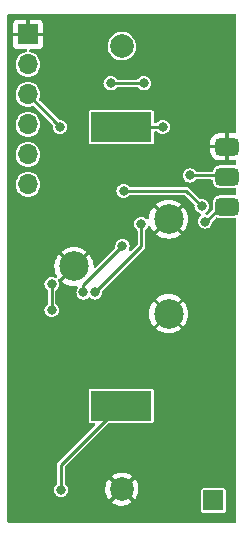
<source format=gbr>
%TF.GenerationSoftware,KiCad,Pcbnew,(6.0.5)*%
%TF.CreationDate,2022-05-20T14:29:48+02:00*%
%TF.ProjectId,LoraTrigger,4c6f7261-5472-4696-9767-65722e6b6963,rev?*%
%TF.SameCoordinates,Original*%
%TF.FileFunction,Copper,L2,Bot*%
%TF.FilePolarity,Positive*%
%FSLAX46Y46*%
G04 Gerber Fmt 4.6, Leading zero omitted, Abs format (unit mm)*
G04 Created by KiCad (PCBNEW (6.0.5)) date 2022-05-20 14:29:48*
%MOMM*%
%LPD*%
G01*
G04 APERTURE LIST*
G04 Aperture macros list*
%AMRoundRect*
0 Rectangle with rounded corners*
0 $1 Rounding radius*
0 $2 $3 $4 $5 $6 $7 $8 $9 X,Y pos of 4 corners*
0 Add a 4 corners polygon primitive as box body*
4,1,4,$2,$3,$4,$5,$6,$7,$8,$9,$2,$3,0*
0 Add four circle primitives for the rounded corners*
1,1,$1+$1,$2,$3*
1,1,$1+$1,$4,$5*
1,1,$1+$1,$6,$7*
1,1,$1+$1,$8,$9*
0 Add four rect primitives between the rounded corners*
20,1,$1+$1,$2,$3,$4,$5,0*
20,1,$1+$1,$4,$5,$6,$7,0*
20,1,$1+$1,$6,$7,$8,$9,0*
20,1,$1+$1,$8,$9,$2,$3,0*%
G04 Aperture macros list end*
%TA.AperFunction,ComponentPad*%
%ADD10R,1.700000X1.700000*%
%TD*%
%TA.AperFunction,ConnectorPad*%
%ADD11RoundRect,0.375000X0.625000X-0.375000X0.625000X0.375000X-0.625000X0.375000X-0.625000X-0.375000X0*%
%TD*%
%TA.AperFunction,ComponentPad*%
%ADD12C,2.000000*%
%TD*%
%TA.AperFunction,ComponentPad*%
%ADD13O,1.700000X1.700000*%
%TD*%
%TA.AperFunction,SMDPad,CuDef*%
%ADD14R,5.100000X2.500000*%
%TD*%
%TA.AperFunction,SMDPad,CuDef*%
%ADD15C,2.500000*%
%TD*%
%TA.AperFunction,ViaPad*%
%ADD16C,0.800000*%
%TD*%
%TA.AperFunction,Conductor*%
%ADD17C,0.250000*%
%TD*%
G04 APERTURE END LIST*
D10*
X116205000Y-80518000D03*
D11*
X117351000Y-55640000D03*
X117351000Y-53100000D03*
X117351000Y-50560000D03*
D12*
X108450000Y-42050000D03*
X108450000Y-79550000D03*
D10*
X100500000Y-41050000D03*
D13*
X100500000Y-43590000D03*
X100500000Y-46130000D03*
X100500000Y-48670000D03*
X100500000Y-51210000D03*
X100500000Y-53750000D03*
D14*
X108400000Y-72500000D03*
X108400000Y-48900000D03*
D15*
X112400000Y-56700000D03*
X112400000Y-64700000D03*
X104400000Y-60700000D03*
D16*
X106200000Y-62900000D03*
X110100000Y-57100000D03*
X105200000Y-62900000D03*
X108500000Y-59000000D03*
X102500000Y-64400000D03*
X102500000Y-62200000D03*
X102500000Y-77200000D03*
X102000000Y-56100000D03*
X114500000Y-75200000D03*
X111200000Y-61600000D03*
X115200000Y-40500000D03*
X100400000Y-61400000D03*
X111900000Y-48900000D03*
X115500000Y-56900000D03*
X103300000Y-79600000D03*
X103200000Y-48900000D03*
X107500000Y-45200000D03*
X110300000Y-45200000D03*
X114200000Y-53000000D03*
X108600000Y-54300000D03*
X115200000Y-55600000D03*
D17*
X110100000Y-57100000D02*
X110100000Y-59000000D01*
X110100000Y-59000000D02*
X106200000Y-62900000D01*
X108500000Y-59000000D02*
X105200000Y-62300000D01*
X105200000Y-62300000D02*
X105200000Y-62900000D01*
X102500000Y-62200000D02*
X102500000Y-64400000D01*
X116651000Y-55849000D02*
X115700000Y-56800000D01*
X108300000Y-72500000D02*
X103300000Y-77500000D01*
X108400000Y-48900000D02*
X108900000Y-48900000D01*
X108400000Y-48900000D02*
X111900000Y-48900000D01*
X103300000Y-77500000D02*
X103300000Y-79600000D01*
X108400000Y-72500000D02*
X108300000Y-72500000D01*
X108900000Y-48900000D02*
X109000000Y-49000000D01*
X107500000Y-45200000D02*
X110300000Y-45200000D01*
X103000000Y-48900000D02*
X103000000Y-48630000D01*
X103000000Y-48630000D02*
X100500000Y-46130000D01*
X117251000Y-53000000D02*
X117351000Y-53100000D01*
X114200000Y-53000000D02*
X117251000Y-53000000D01*
X108600000Y-54300000D02*
X113900000Y-54300000D01*
X113900000Y-54300000D02*
X115200000Y-55600000D01*
%TA.AperFunction,Conductor*%
G36*
X118091621Y-39336502D02*
G01*
X118138114Y-39390158D01*
X118149500Y-39442500D01*
X118149500Y-49284000D01*
X118129498Y-49352121D01*
X118075842Y-49398614D01*
X118023500Y-49410000D01*
X117519115Y-49410000D01*
X117503876Y-49414475D01*
X117502671Y-49415865D01*
X117501000Y-49423548D01*
X117501000Y-51691885D01*
X117505475Y-51707124D01*
X117506865Y-51708329D01*
X117514548Y-51710000D01*
X118023500Y-51710000D01*
X118091621Y-51730002D01*
X118138114Y-51783658D01*
X118149500Y-51836000D01*
X118149500Y-52024141D01*
X118129498Y-52092262D01*
X118075842Y-52138755D01*
X118015793Y-52149773D01*
X118013720Y-52149500D01*
X116688280Y-52149500D01*
X116575764Y-52164313D01*
X116435767Y-52222302D01*
X116315549Y-52314549D01*
X116223302Y-52434767D01*
X116165313Y-52574764D01*
X116164409Y-52581634D01*
X116127779Y-52641732D01*
X116063920Y-52672755D01*
X116043022Y-52674500D01*
X114769286Y-52674500D01*
X114701165Y-52654498D01*
X114669323Y-52625204D01*
X114633305Y-52578264D01*
X114628282Y-52571718D01*
X114502841Y-52475464D01*
X114356762Y-52414956D01*
X114200000Y-52394318D01*
X114043238Y-52414956D01*
X113897159Y-52475464D01*
X113771718Y-52571718D01*
X113675464Y-52697159D01*
X113614956Y-52843238D01*
X113594318Y-53000000D01*
X113614956Y-53156762D01*
X113675464Y-53302841D01*
X113771718Y-53428282D01*
X113897159Y-53524536D01*
X114043238Y-53585044D01*
X114200000Y-53605682D01*
X114208188Y-53604604D01*
X114348574Y-53586122D01*
X114356762Y-53585044D01*
X114502841Y-53524536D01*
X114628282Y-53428282D01*
X114669323Y-53374796D01*
X114726661Y-53332929D01*
X114769286Y-53325500D01*
X116024500Y-53325500D01*
X116092621Y-53345502D01*
X116139114Y-53399158D01*
X116150500Y-53451500D01*
X116150500Y-53512720D01*
X116165313Y-53625236D01*
X116223302Y-53765233D01*
X116315549Y-53885451D01*
X116435767Y-53977698D01*
X116575764Y-54035687D01*
X116688280Y-54050500D01*
X118013720Y-54050500D01*
X118015733Y-54050235D01*
X118084542Y-54065633D01*
X118134445Y-54116133D01*
X118149500Y-54175859D01*
X118149500Y-54564141D01*
X118129498Y-54632262D01*
X118075842Y-54678755D01*
X118015793Y-54689773D01*
X118013720Y-54689500D01*
X116688280Y-54689500D01*
X116575764Y-54704313D01*
X116435767Y-54762302D01*
X116315549Y-54854549D01*
X116223302Y-54974767D01*
X116165313Y-55114764D01*
X116150500Y-55227280D01*
X116150500Y-55836984D01*
X116130498Y-55905105D01*
X116113595Y-55926079D01*
X115760750Y-56278924D01*
X115698438Y-56312950D01*
X115655210Y-56314751D01*
X115615155Y-56309478D01*
X115550227Y-56280756D01*
X115511135Y-56221491D01*
X115510290Y-56150500D01*
X115547959Y-56090321D01*
X115554896Y-56084593D01*
X115621736Y-56033305D01*
X115628282Y-56028282D01*
X115724536Y-55902841D01*
X115785044Y-55756762D01*
X115789438Y-55723390D01*
X115804604Y-55608188D01*
X115805682Y-55600000D01*
X115785044Y-55443238D01*
X115724536Y-55297159D01*
X115628282Y-55171718D01*
X115502841Y-55075464D01*
X115356762Y-55014956D01*
X115200000Y-54994318D01*
X115133157Y-55003118D01*
X115063010Y-54992179D01*
X115027617Y-54967291D01*
X114144111Y-54083785D01*
X114136684Y-54075681D01*
X114119541Y-54055251D01*
X114119542Y-54055251D01*
X114112455Y-54046806D01*
X114102906Y-54041293D01*
X114079815Y-54027961D01*
X114070544Y-54022055D01*
X114048715Y-54006770D01*
X114039684Y-54000446D01*
X114029034Y-53997592D01*
X114025866Y-53996115D01*
X114022590Y-53994923D01*
X114013045Y-53989412D01*
X113979301Y-53983462D01*
X113975942Y-53982870D01*
X113965215Y-53980492D01*
X113928807Y-53970736D01*
X113917822Y-53971697D01*
X113917820Y-53971697D01*
X113891272Y-53974020D01*
X113880290Y-53974500D01*
X109169286Y-53974500D01*
X109101165Y-53954498D01*
X109069323Y-53925204D01*
X109033305Y-53878264D01*
X109028282Y-53871718D01*
X108902841Y-53775464D01*
X108756762Y-53714956D01*
X108600000Y-53694318D01*
X108443238Y-53714956D01*
X108297159Y-53775464D01*
X108171718Y-53871718D01*
X108075464Y-53997159D01*
X108014956Y-54143238D01*
X107994318Y-54300000D01*
X108014956Y-54456762D01*
X108075464Y-54602841D01*
X108171718Y-54728282D01*
X108297159Y-54824536D01*
X108443238Y-54885044D01*
X108600000Y-54905682D01*
X108608188Y-54904604D01*
X108748574Y-54886122D01*
X108756762Y-54885044D01*
X108902841Y-54824536D01*
X109028282Y-54728282D01*
X109069323Y-54674796D01*
X109126661Y-54632929D01*
X109169286Y-54625500D01*
X113712984Y-54625500D01*
X113781105Y-54645502D01*
X113802079Y-54662405D01*
X114567291Y-55427617D01*
X114601317Y-55489929D01*
X114603118Y-55533157D01*
X114594318Y-55600000D01*
X114595396Y-55608188D01*
X114610563Y-55723390D01*
X114614956Y-55756762D01*
X114675464Y-55902841D01*
X114771718Y-56028282D01*
X114897159Y-56124536D01*
X115043238Y-56185044D01*
X115051426Y-56186122D01*
X115084847Y-56190522D01*
X115149774Y-56219245D01*
X115188865Y-56278510D01*
X115189710Y-56349502D01*
X115152039Y-56409680D01*
X115145104Y-56415407D01*
X115071718Y-56471718D01*
X114975464Y-56597159D01*
X114914956Y-56743238D01*
X114894318Y-56900000D01*
X114914956Y-57056762D01*
X114975464Y-57202841D01*
X115071718Y-57328282D01*
X115197159Y-57424536D01*
X115343238Y-57485044D01*
X115500000Y-57505682D01*
X115508188Y-57504604D01*
X115648574Y-57486122D01*
X115656762Y-57485044D01*
X115802841Y-57424536D01*
X115928282Y-57328282D01*
X116024536Y-57202841D01*
X116085044Y-57056762D01*
X116105682Y-56900000D01*
X116106881Y-56900158D01*
X116124606Y-56839791D01*
X116141509Y-56818817D01*
X116381086Y-56579240D01*
X116443398Y-56545214D01*
X116518398Y-56551926D01*
X116568131Y-56572526D01*
X116568136Y-56572527D01*
X116575764Y-56575687D01*
X116583952Y-56576765D01*
X116602752Y-56579240D01*
X116688280Y-56590500D01*
X118013720Y-56590500D01*
X118015733Y-56590235D01*
X118084542Y-56605633D01*
X118134445Y-56656133D01*
X118149500Y-56715859D01*
X118149500Y-82273500D01*
X118129498Y-82341621D01*
X118075842Y-82388114D01*
X118023500Y-82399500D01*
X98876500Y-82399500D01*
X98808379Y-82379498D01*
X98761886Y-82325842D01*
X98750500Y-82273500D01*
X98750500Y-81387748D01*
X115154500Y-81387748D01*
X115166133Y-81446231D01*
X115210448Y-81512552D01*
X115276769Y-81556867D01*
X115288938Y-81559288D01*
X115288939Y-81559288D01*
X115329184Y-81567293D01*
X115335252Y-81568500D01*
X117074748Y-81568500D01*
X117080816Y-81567293D01*
X117121061Y-81559288D01*
X117121062Y-81559288D01*
X117133231Y-81556867D01*
X117199552Y-81512552D01*
X117243867Y-81446231D01*
X117255500Y-81387748D01*
X117255500Y-79648252D01*
X117243867Y-79589769D01*
X117199552Y-79523448D01*
X117133231Y-79479133D01*
X117121062Y-79476712D01*
X117121061Y-79476712D01*
X117080816Y-79468707D01*
X117074748Y-79467500D01*
X115335252Y-79467500D01*
X115329184Y-79468707D01*
X115288939Y-79476712D01*
X115288938Y-79476712D01*
X115276769Y-79479133D01*
X115210448Y-79523448D01*
X115166133Y-79589769D01*
X115154500Y-79648252D01*
X115154500Y-81387748D01*
X98750500Y-81387748D01*
X98750500Y-80640960D01*
X107577206Y-80640960D01*
X107584350Y-80651020D01*
X107640267Y-80697443D01*
X107648698Y-80703348D01*
X107838549Y-80814288D01*
X107847832Y-80818735D01*
X108053243Y-80897174D01*
X108063141Y-80900050D01*
X108278605Y-80943886D01*
X108288833Y-80945105D01*
X108508562Y-80953163D01*
X108518848Y-80952696D01*
X108736946Y-80924757D01*
X108747024Y-80922615D01*
X108957625Y-80859431D01*
X108967223Y-80855670D01*
X109164682Y-80758936D01*
X109173520Y-80753667D01*
X109315206Y-80652604D01*
X109323606Y-80641904D01*
X109316619Y-80628751D01*
X108462812Y-79774944D01*
X108448868Y-79767330D01*
X108447035Y-79767461D01*
X108440420Y-79771712D01*
X107584465Y-80627667D01*
X107577206Y-80640960D01*
X98750500Y-80640960D01*
X98750500Y-79600000D01*
X102694318Y-79600000D01*
X102714956Y-79756762D01*
X102718116Y-79764391D01*
X102722487Y-79774944D01*
X102775464Y-79902841D01*
X102871718Y-80028282D01*
X102997159Y-80124536D01*
X103143238Y-80185044D01*
X103151426Y-80186122D01*
X103221619Y-80195363D01*
X103300000Y-80205682D01*
X103308188Y-80204604D01*
X103448574Y-80186122D01*
X103456762Y-80185044D01*
X103602841Y-80124536D01*
X103728282Y-80028282D01*
X103824536Y-79902841D01*
X103877513Y-79774944D01*
X103881884Y-79764391D01*
X103885044Y-79756762D01*
X103905682Y-79600000D01*
X103895260Y-79520834D01*
X107045918Y-79520834D01*
X107058575Y-79740341D01*
X107060011Y-79750562D01*
X107108349Y-79965050D01*
X107111428Y-79974878D01*
X107194153Y-80178605D01*
X107198796Y-80187796D01*
X107313688Y-80375282D01*
X107319764Y-80383584D01*
X107347135Y-80415182D01*
X107360219Y-80423593D01*
X107370192Y-80417676D01*
X108225056Y-79562812D01*
X108231434Y-79551132D01*
X108667330Y-79551132D01*
X108667461Y-79552965D01*
X108671712Y-79559580D01*
X109529073Y-80416941D01*
X109541083Y-80423500D01*
X109552823Y-80414532D01*
X109651129Y-80277723D01*
X109656440Y-80268885D01*
X109753854Y-80071782D01*
X109757653Y-80062187D01*
X109821568Y-79851821D01*
X109823747Y-79841740D01*
X109852684Y-79621945D01*
X109853203Y-79615272D01*
X109854716Y-79553365D01*
X109854522Y-79546646D01*
X109836359Y-79325721D01*
X109834674Y-79315541D01*
X109781111Y-79102300D01*
X109777786Y-79092534D01*
X109690118Y-78890911D01*
X109685240Y-78881814D01*
X109565818Y-78697214D01*
X109559526Y-78689044D01*
X109554358Y-78683364D01*
X109540793Y-78675105D01*
X109540538Y-78675111D01*
X109531523Y-78680609D01*
X108674944Y-79537188D01*
X108667330Y-79551132D01*
X108231434Y-79551132D01*
X108232670Y-79548868D01*
X108232539Y-79547035D01*
X108228288Y-79540420D01*
X107369268Y-78681400D01*
X107357732Y-78675100D01*
X107345449Y-78684723D01*
X107231447Y-78851842D01*
X107226359Y-78860798D01*
X107133786Y-79060231D01*
X107130223Y-79069918D01*
X107071467Y-79281783D01*
X107069536Y-79291904D01*
X107046169Y-79510546D01*
X107045918Y-79520834D01*
X103895260Y-79520834D01*
X103885044Y-79443238D01*
X103824536Y-79297159D01*
X103728282Y-79171718D01*
X103674796Y-79130677D01*
X103632929Y-79073339D01*
X103625500Y-79030714D01*
X103625500Y-78459500D01*
X107577218Y-78459500D01*
X107583964Y-78471832D01*
X108437188Y-79325056D01*
X108451132Y-79332670D01*
X108452965Y-79332539D01*
X108459580Y-79328288D01*
X109315471Y-78472397D01*
X109322492Y-78459540D01*
X109314719Y-78448873D01*
X109231460Y-78383118D01*
X109222876Y-78377415D01*
X109030393Y-78271158D01*
X109020981Y-78266928D01*
X108813725Y-78193534D01*
X108803755Y-78190900D01*
X108587293Y-78152344D01*
X108577039Y-78151374D01*
X108357176Y-78148687D01*
X108346891Y-78149407D01*
X108129553Y-78182664D01*
X108119526Y-78185053D01*
X107910538Y-78253360D01*
X107901029Y-78257357D01*
X107706009Y-78358879D01*
X107697274Y-78364380D01*
X107585672Y-78448174D01*
X107577218Y-78459500D01*
X103625500Y-78459500D01*
X103625500Y-77687016D01*
X103645502Y-77618895D01*
X103662405Y-77597921D01*
X107272921Y-73987405D01*
X107335233Y-73953379D01*
X107362016Y-73950500D01*
X110969748Y-73950500D01*
X110975816Y-73949293D01*
X111016061Y-73941288D01*
X111016062Y-73941288D01*
X111028231Y-73938867D01*
X111094552Y-73894552D01*
X111138867Y-73828231D01*
X111150500Y-73769748D01*
X111150500Y-71230252D01*
X111138867Y-71171769D01*
X111094552Y-71105448D01*
X111028231Y-71061133D01*
X111016062Y-71058712D01*
X111016061Y-71058712D01*
X110975816Y-71050707D01*
X110969748Y-71049500D01*
X105830252Y-71049500D01*
X105824184Y-71050707D01*
X105783939Y-71058712D01*
X105783938Y-71058712D01*
X105771769Y-71061133D01*
X105705448Y-71105448D01*
X105661133Y-71171769D01*
X105649500Y-71230252D01*
X105649500Y-73769748D01*
X105661133Y-73828231D01*
X105705448Y-73894552D01*
X105771769Y-73938867D01*
X105783938Y-73941288D01*
X105783939Y-73941288D01*
X105824184Y-73949293D01*
X105830252Y-73950500D01*
X106084984Y-73950500D01*
X106153105Y-73970502D01*
X106199598Y-74024158D01*
X106209702Y-74094432D01*
X106180208Y-74159012D01*
X106174079Y-74165595D01*
X103083785Y-77255889D01*
X103075681Y-77263316D01*
X103046806Y-77287545D01*
X103041293Y-77297094D01*
X103027961Y-77320185D01*
X103022055Y-77329456D01*
X103000446Y-77360316D01*
X102997592Y-77370966D01*
X102996115Y-77374134D01*
X102994923Y-77377410D01*
X102989412Y-77386955D01*
X102983462Y-77420699D01*
X102982870Y-77424058D01*
X102980492Y-77434785D01*
X102970736Y-77471193D01*
X102971697Y-77482178D01*
X102971697Y-77482180D01*
X102974020Y-77508728D01*
X102974500Y-77519710D01*
X102974500Y-79030714D01*
X102954498Y-79098835D01*
X102925204Y-79130677D01*
X102871718Y-79171718D01*
X102775464Y-79297159D01*
X102714956Y-79443238D01*
X102694318Y-79600000D01*
X98750500Y-79600000D01*
X98750500Y-65968778D01*
X111349499Y-65968778D01*
X111356286Y-65978479D01*
X111423390Y-66035790D01*
X111431372Y-66041590D01*
X111644379Y-66172121D01*
X111653173Y-66176602D01*
X111883972Y-66272202D01*
X111893357Y-66275251D01*
X112136272Y-66333570D01*
X112146019Y-66335113D01*
X112395070Y-66354714D01*
X112404930Y-66354714D01*
X112653981Y-66335113D01*
X112663728Y-66333570D01*
X112906643Y-66275251D01*
X112916028Y-66272202D01*
X113146827Y-66176602D01*
X113155621Y-66172121D01*
X113368628Y-66041590D01*
X113376610Y-66035790D01*
X113442144Y-65979820D01*
X113450574Y-65966906D01*
X113444567Y-65956699D01*
X112412812Y-64924944D01*
X112398868Y-64917330D01*
X112397035Y-64917461D01*
X112390420Y-64921712D01*
X111356891Y-65955241D01*
X111349499Y-65968778D01*
X98750500Y-65968778D01*
X98750500Y-64400000D01*
X101894318Y-64400000D01*
X101914956Y-64556762D01*
X101975464Y-64702841D01*
X102071718Y-64828282D01*
X102197159Y-64924536D01*
X102343238Y-64985044D01*
X102500000Y-65005682D01*
X102508188Y-65004604D01*
X102648574Y-64986122D01*
X102656762Y-64985044D01*
X102802841Y-64924536D01*
X102928282Y-64828282D01*
X103022933Y-64704930D01*
X110745286Y-64704930D01*
X110764887Y-64953981D01*
X110766430Y-64963728D01*
X110824749Y-65206643D01*
X110827798Y-65216028D01*
X110923398Y-65446827D01*
X110927879Y-65455621D01*
X111058410Y-65668628D01*
X111064210Y-65676610D01*
X111120180Y-65742144D01*
X111133094Y-65750574D01*
X111143301Y-65744567D01*
X112175056Y-64712812D01*
X112181434Y-64701132D01*
X112617330Y-64701132D01*
X112617461Y-64702965D01*
X112621712Y-64709580D01*
X113655241Y-65743109D01*
X113668778Y-65750501D01*
X113678479Y-65743714D01*
X113735790Y-65676610D01*
X113741590Y-65668628D01*
X113872121Y-65455621D01*
X113876602Y-65446827D01*
X113972202Y-65216028D01*
X113975251Y-65206643D01*
X114033570Y-64963728D01*
X114035113Y-64953981D01*
X114054714Y-64704930D01*
X114054714Y-64695070D01*
X114035113Y-64446019D01*
X114033570Y-64436272D01*
X113975251Y-64193357D01*
X113972202Y-64183972D01*
X113876602Y-63953173D01*
X113872121Y-63944379D01*
X113741590Y-63731372D01*
X113735790Y-63723390D01*
X113679820Y-63657856D01*
X113666906Y-63649426D01*
X113656699Y-63655433D01*
X112624944Y-64687188D01*
X112617330Y-64701132D01*
X112181434Y-64701132D01*
X112182670Y-64698868D01*
X112182539Y-64697035D01*
X112178288Y-64690420D01*
X111144759Y-63656891D01*
X111131222Y-63649499D01*
X111121521Y-63656286D01*
X111064210Y-63723390D01*
X111058410Y-63731372D01*
X110927879Y-63944379D01*
X110923398Y-63953173D01*
X110827798Y-64183972D01*
X110824749Y-64193357D01*
X110766430Y-64436272D01*
X110764887Y-64446019D01*
X110745286Y-64695070D01*
X110745286Y-64704930D01*
X103022933Y-64704930D01*
X103024536Y-64702841D01*
X103085044Y-64556762D01*
X103105682Y-64400000D01*
X103085044Y-64243238D01*
X103024536Y-64097159D01*
X102928282Y-63971718D01*
X102874796Y-63930677D01*
X102832929Y-63873339D01*
X102825500Y-63830714D01*
X102825500Y-62769286D01*
X102845502Y-62701165D01*
X102874796Y-62669323D01*
X102921736Y-62633305D01*
X102928282Y-62628282D01*
X103024536Y-62502841D01*
X103085044Y-62356762D01*
X103105682Y-62200000D01*
X103085044Y-62043238D01*
X103054202Y-61968778D01*
X103349499Y-61968778D01*
X103356286Y-61978479D01*
X103423390Y-62035790D01*
X103431372Y-62041590D01*
X103644379Y-62172121D01*
X103653173Y-62176602D01*
X103883972Y-62272202D01*
X103893357Y-62275251D01*
X104136272Y-62333570D01*
X104146019Y-62335113D01*
X104395070Y-62354714D01*
X104404930Y-62354714D01*
X104608713Y-62338676D01*
X104678193Y-62353272D01*
X104728753Y-62403115D01*
X104744339Y-62472379D01*
X104718562Y-62540991D01*
X104680493Y-62590604D01*
X104680491Y-62590608D01*
X104675464Y-62597159D01*
X104614956Y-62743238D01*
X104594318Y-62900000D01*
X104614956Y-63056762D01*
X104675464Y-63202841D01*
X104771718Y-63328282D01*
X104897159Y-63424536D01*
X105043238Y-63485044D01*
X105200000Y-63505682D01*
X105208188Y-63504604D01*
X105348574Y-63486122D01*
X105356762Y-63485044D01*
X105502841Y-63424536D01*
X105623296Y-63332108D01*
X105689517Y-63306508D01*
X105759065Y-63320773D01*
X105776704Y-63332108D01*
X105897159Y-63424536D01*
X106043238Y-63485044D01*
X106200000Y-63505682D01*
X106208188Y-63504604D01*
X106348574Y-63486122D01*
X106356762Y-63485044D01*
X106482180Y-63433094D01*
X111349426Y-63433094D01*
X111355433Y-63443301D01*
X112387188Y-64475056D01*
X112401132Y-64482670D01*
X112402965Y-64482539D01*
X112409580Y-64478288D01*
X113443109Y-63444759D01*
X113450501Y-63431222D01*
X113443714Y-63421521D01*
X113376610Y-63364210D01*
X113368628Y-63358410D01*
X113155621Y-63227879D01*
X113146827Y-63223398D01*
X112916028Y-63127798D01*
X112906643Y-63124749D01*
X112663728Y-63066430D01*
X112653981Y-63064887D01*
X112404930Y-63045286D01*
X112395070Y-63045286D01*
X112146019Y-63064887D01*
X112136272Y-63066430D01*
X111893357Y-63124749D01*
X111883972Y-63127798D01*
X111653173Y-63223398D01*
X111644379Y-63227879D01*
X111431372Y-63358410D01*
X111423390Y-63364210D01*
X111357856Y-63420180D01*
X111349426Y-63433094D01*
X106482180Y-63433094D01*
X106502841Y-63424536D01*
X106628282Y-63328282D01*
X106724536Y-63202841D01*
X106785044Y-63056762D01*
X106805682Y-62900000D01*
X106796882Y-62833157D01*
X106807821Y-62763010D01*
X106832709Y-62727617D01*
X110316215Y-59244111D01*
X110324319Y-59236684D01*
X110334812Y-59227879D01*
X110353194Y-59212455D01*
X110358707Y-59202906D01*
X110372039Y-59179815D01*
X110377945Y-59170544D01*
X110399554Y-59139684D01*
X110402408Y-59129034D01*
X110403885Y-59125866D01*
X110405077Y-59122590D01*
X110410588Y-59113045D01*
X110417130Y-59075942D01*
X110419509Y-59065210D01*
X110426410Y-59039456D01*
X110429264Y-59028807D01*
X110425980Y-58991272D01*
X110425500Y-58980290D01*
X110425500Y-57968778D01*
X111349499Y-57968778D01*
X111356286Y-57978479D01*
X111423390Y-58035790D01*
X111431372Y-58041590D01*
X111644379Y-58172121D01*
X111653173Y-58176602D01*
X111883972Y-58272202D01*
X111893357Y-58275251D01*
X112136272Y-58333570D01*
X112146019Y-58335113D01*
X112395070Y-58354714D01*
X112404930Y-58354714D01*
X112653981Y-58335113D01*
X112663728Y-58333570D01*
X112906643Y-58275251D01*
X112916028Y-58272202D01*
X113146827Y-58176602D01*
X113155621Y-58172121D01*
X113368628Y-58041590D01*
X113376610Y-58035790D01*
X113442144Y-57979820D01*
X113450574Y-57966906D01*
X113444567Y-57956699D01*
X112412812Y-56924944D01*
X112398868Y-56917330D01*
X112397035Y-56917461D01*
X112390420Y-56921712D01*
X111356891Y-57955241D01*
X111349499Y-57968778D01*
X110425500Y-57968778D01*
X110425500Y-57669286D01*
X110445502Y-57601165D01*
X110474796Y-57569323D01*
X110521736Y-57533305D01*
X110528282Y-57528282D01*
X110624536Y-57402841D01*
X110627695Y-57395213D01*
X110627698Y-57395209D01*
X110648448Y-57345112D01*
X110692996Y-57289831D01*
X110760359Y-57267409D01*
X110829150Y-57284967D01*
X110877529Y-57336928D01*
X110881266Y-57345111D01*
X110923398Y-57446827D01*
X110927879Y-57455621D01*
X111058410Y-57668628D01*
X111064210Y-57676610D01*
X111120180Y-57742144D01*
X111133094Y-57750574D01*
X111143301Y-57744567D01*
X112175056Y-56712812D01*
X112181434Y-56701132D01*
X112617330Y-56701132D01*
X112617461Y-56702965D01*
X112621712Y-56709580D01*
X113655241Y-57743109D01*
X113668778Y-57750501D01*
X113678479Y-57743714D01*
X113735790Y-57676610D01*
X113741590Y-57668628D01*
X113872121Y-57455621D01*
X113876602Y-57446827D01*
X113972202Y-57216028D01*
X113975251Y-57206643D01*
X114033570Y-56963728D01*
X114035113Y-56953981D01*
X114054714Y-56704930D01*
X114054714Y-56695070D01*
X114035113Y-56446019D01*
X114033570Y-56436272D01*
X113975251Y-56193357D01*
X113972202Y-56183972D01*
X113876602Y-55953173D01*
X113872121Y-55944379D01*
X113741590Y-55731372D01*
X113735790Y-55723390D01*
X113679820Y-55657856D01*
X113666906Y-55649426D01*
X113656699Y-55655433D01*
X112624944Y-56687188D01*
X112617330Y-56701132D01*
X112181434Y-56701132D01*
X112182670Y-56698868D01*
X112182539Y-56697035D01*
X112178288Y-56690420D01*
X111144759Y-55656891D01*
X111131222Y-55649499D01*
X111121521Y-55656286D01*
X111064210Y-55723390D01*
X111058410Y-55731372D01*
X110927879Y-55944379D01*
X110923398Y-55953173D01*
X110827798Y-56183972D01*
X110824749Y-56193357D01*
X110766430Y-56436272D01*
X110764887Y-56446019D01*
X110752490Y-56603533D01*
X110727204Y-56669874D01*
X110670066Y-56712014D01*
X110599216Y-56716573D01*
X110537783Y-56682742D01*
X110533305Y-56678264D01*
X110528282Y-56671718D01*
X110402841Y-56575464D01*
X110256762Y-56514956D01*
X110100000Y-56494318D01*
X109943238Y-56514956D01*
X109797159Y-56575464D01*
X109671718Y-56671718D01*
X109575464Y-56797159D01*
X109514956Y-56943238D01*
X109494318Y-57100000D01*
X109514956Y-57256762D01*
X109575464Y-57402841D01*
X109671718Y-57528282D01*
X109678264Y-57533305D01*
X109725204Y-57569323D01*
X109767071Y-57626661D01*
X109774500Y-57669286D01*
X109774500Y-58812984D01*
X109754498Y-58881105D01*
X109737595Y-58902079D01*
X109251621Y-59388053D01*
X109189309Y-59422079D01*
X109118494Y-59417014D01*
X109061658Y-59374467D01*
X109036847Y-59307947D01*
X109046117Y-59250740D01*
X109081884Y-59164391D01*
X109085044Y-59156762D01*
X109105682Y-59000000D01*
X109085044Y-58843238D01*
X109024536Y-58697159D01*
X108928282Y-58571718D01*
X108802841Y-58475464D01*
X108656762Y-58414956D01*
X108500000Y-58394318D01*
X108343238Y-58414956D01*
X108197159Y-58475464D01*
X108071718Y-58571718D01*
X107975464Y-58697159D01*
X107914956Y-58843238D01*
X107894318Y-59000000D01*
X107902861Y-59064887D01*
X107903118Y-59066842D01*
X107892179Y-59136990D01*
X107867291Y-59172383D01*
X106269127Y-60770547D01*
X106206815Y-60804573D01*
X106136000Y-60799508D01*
X106079164Y-60756961D01*
X106054420Y-60691338D01*
X106035113Y-60446019D01*
X106033570Y-60436272D01*
X105975251Y-60193357D01*
X105972202Y-60183972D01*
X105876602Y-59953173D01*
X105872121Y-59944379D01*
X105741590Y-59731372D01*
X105735790Y-59723390D01*
X105679820Y-59657856D01*
X105666906Y-59649426D01*
X105656699Y-59655433D01*
X103356891Y-61955241D01*
X103349499Y-61968778D01*
X103054202Y-61968778D01*
X103036145Y-61925185D01*
X103028556Y-61854597D01*
X103060335Y-61791110D01*
X103121393Y-61754882D01*
X103126920Y-61754208D01*
X103143301Y-61744567D01*
X104175056Y-60712812D01*
X104182670Y-60698868D01*
X104182539Y-60697035D01*
X104178288Y-60690420D01*
X103144759Y-59656891D01*
X103131222Y-59649499D01*
X103121521Y-59656286D01*
X103064210Y-59723390D01*
X103058410Y-59731372D01*
X102927879Y-59944379D01*
X102923398Y-59953173D01*
X102827798Y-60183972D01*
X102824749Y-60193357D01*
X102766430Y-60436272D01*
X102764887Y-60446019D01*
X102745286Y-60695070D01*
X102745286Y-60704930D01*
X102764887Y-60953981D01*
X102766430Y-60963728D01*
X102824749Y-61206643D01*
X102827798Y-61216028D01*
X102923398Y-61446827D01*
X102927881Y-61455624D01*
X102948343Y-61489015D01*
X102966882Y-61557548D01*
X102945426Y-61625225D01*
X102890788Y-61670559D01*
X102820313Y-61679156D01*
X102792693Y-61671260D01*
X102664392Y-61618116D01*
X102664389Y-61618115D01*
X102656762Y-61614956D01*
X102500000Y-61594318D01*
X102343238Y-61614956D01*
X102197159Y-61675464D01*
X102190608Y-61680491D01*
X102094538Y-61754208D01*
X102071718Y-61771718D01*
X101975464Y-61897159D01*
X101914956Y-62043238D01*
X101894318Y-62200000D01*
X101914956Y-62356762D01*
X101975464Y-62502841D01*
X102071718Y-62628282D01*
X102078264Y-62633305D01*
X102125204Y-62669323D01*
X102167071Y-62726661D01*
X102174500Y-62769286D01*
X102174500Y-63830714D01*
X102154498Y-63898835D01*
X102125204Y-63930677D01*
X102071718Y-63971718D01*
X101975464Y-64097159D01*
X101914956Y-64243238D01*
X101894318Y-64400000D01*
X98750500Y-64400000D01*
X98750500Y-59433094D01*
X103349426Y-59433094D01*
X103355433Y-59443301D01*
X104387188Y-60475056D01*
X104401132Y-60482670D01*
X104402965Y-60482539D01*
X104409580Y-60478288D01*
X105443109Y-59444759D01*
X105450501Y-59431222D01*
X105443714Y-59421521D01*
X105376610Y-59364210D01*
X105368628Y-59358410D01*
X105155621Y-59227879D01*
X105146827Y-59223398D01*
X104916028Y-59127798D01*
X104906643Y-59124749D01*
X104663728Y-59066430D01*
X104653981Y-59064887D01*
X104404930Y-59045286D01*
X104395070Y-59045286D01*
X104146019Y-59064887D01*
X104136272Y-59066430D01*
X103893357Y-59124749D01*
X103883972Y-59127798D01*
X103653173Y-59223398D01*
X103644379Y-59227879D01*
X103431372Y-59358410D01*
X103423390Y-59364210D01*
X103357856Y-59420180D01*
X103349426Y-59433094D01*
X98750500Y-59433094D01*
X98750500Y-55433094D01*
X111349426Y-55433094D01*
X111355433Y-55443301D01*
X112387188Y-56475056D01*
X112401132Y-56482670D01*
X112402965Y-56482539D01*
X112409580Y-56478288D01*
X113443109Y-55444759D01*
X113450501Y-55431222D01*
X113443714Y-55421521D01*
X113376610Y-55364210D01*
X113368628Y-55358410D01*
X113155621Y-55227879D01*
X113146827Y-55223398D01*
X112916028Y-55127798D01*
X112906643Y-55124749D01*
X112663728Y-55066430D01*
X112653981Y-55064887D01*
X112404930Y-55045286D01*
X112395070Y-55045286D01*
X112146019Y-55064887D01*
X112136272Y-55066430D01*
X111893357Y-55124749D01*
X111883972Y-55127798D01*
X111653173Y-55223398D01*
X111644379Y-55227879D01*
X111431372Y-55358410D01*
X111423390Y-55364210D01*
X111357856Y-55420180D01*
X111349426Y-55433094D01*
X98750500Y-55433094D01*
X98750500Y-53735262D01*
X99444520Y-53735262D01*
X99461759Y-53940553D01*
X99463458Y-53946478D01*
X99512106Y-54116133D01*
X99518544Y-54138586D01*
X99521359Y-54144063D01*
X99521360Y-54144066D01*
X99542247Y-54184707D01*
X99612712Y-54321818D01*
X99740677Y-54483270D01*
X99745370Y-54487264D01*
X99745371Y-54487265D01*
X99872208Y-54595211D01*
X99897564Y-54616791D01*
X99902942Y-54619797D01*
X99902944Y-54619798D01*
X99987481Y-54667044D01*
X100077398Y-54717297D01*
X100172238Y-54748113D01*
X100267471Y-54779056D01*
X100267475Y-54779057D01*
X100273329Y-54780959D01*
X100477894Y-54805351D01*
X100484029Y-54804879D01*
X100484031Y-54804879D01*
X100540039Y-54800569D01*
X100683300Y-54789546D01*
X100689230Y-54787890D01*
X100689232Y-54787890D01*
X100875797Y-54735800D01*
X100875796Y-54735800D01*
X100881725Y-54734145D01*
X100887214Y-54731372D01*
X100887220Y-54731370D01*
X101060116Y-54644033D01*
X101065610Y-54641258D01*
X101077125Y-54632262D01*
X101223101Y-54518213D01*
X101227951Y-54514424D01*
X101362564Y-54358472D01*
X101383387Y-54321818D01*
X101461276Y-54184707D01*
X101464323Y-54179344D01*
X101529351Y-53983863D01*
X101555171Y-53779474D01*
X101555583Y-53750000D01*
X101535480Y-53544970D01*
X101475935Y-53347749D01*
X101379218Y-53165849D01*
X101305859Y-53075902D01*
X101252906Y-53010975D01*
X101252903Y-53010972D01*
X101249011Y-53006200D01*
X101242173Y-53000543D01*
X101095025Y-52878811D01*
X101095021Y-52878809D01*
X101090275Y-52874882D01*
X100909055Y-52776897D01*
X100712254Y-52715977D01*
X100706129Y-52715333D01*
X100706128Y-52715333D01*
X100513498Y-52695087D01*
X100513496Y-52695087D01*
X100507369Y-52694443D01*
X100420529Y-52702346D01*
X100308342Y-52712555D01*
X100308339Y-52712556D01*
X100302203Y-52713114D01*
X100104572Y-52771280D01*
X99922002Y-52866726D01*
X99917201Y-52870586D01*
X99917198Y-52870588D01*
X99906971Y-52878811D01*
X99761447Y-52995815D01*
X99629024Y-53153630D01*
X99626056Y-53159028D01*
X99626053Y-53159033D01*
X99619315Y-53171290D01*
X99529776Y-53334162D01*
X99467484Y-53530532D01*
X99466798Y-53536649D01*
X99466797Y-53536653D01*
X99448992Y-53695396D01*
X99444520Y-53735262D01*
X98750500Y-53735262D01*
X98750500Y-51195262D01*
X99444520Y-51195262D01*
X99461759Y-51400553D01*
X99518544Y-51598586D01*
X99521359Y-51604063D01*
X99521360Y-51604066D01*
X99586082Y-51730002D01*
X99612712Y-51781818D01*
X99740677Y-51943270D01*
X99897564Y-52076791D01*
X100077398Y-52177297D01*
X100172238Y-52208112D01*
X100267471Y-52239056D01*
X100267475Y-52239057D01*
X100273329Y-52240959D01*
X100477894Y-52265351D01*
X100484029Y-52264879D01*
X100484031Y-52264879D01*
X100540039Y-52260569D01*
X100683300Y-52249546D01*
X100689230Y-52247890D01*
X100689232Y-52247890D01*
X100875797Y-52195800D01*
X100875796Y-52195800D01*
X100881725Y-52194145D01*
X100887214Y-52191372D01*
X100887220Y-52191370D01*
X101060116Y-52104033D01*
X101065610Y-52101258D01*
X101077125Y-52092262D01*
X101223101Y-51978213D01*
X101227951Y-51974424D01*
X101362564Y-51818472D01*
X101383387Y-51781818D01*
X101425134Y-51708329D01*
X101464323Y-51639344D01*
X101529351Y-51443863D01*
X101555171Y-51239474D01*
X101555583Y-51210000D01*
X101536779Y-51018220D01*
X115951000Y-51018220D01*
X115951050Y-51019955D01*
X115952465Y-51029839D01*
X115988793Y-51187193D01*
X115993443Y-51200396D01*
X116062984Y-51344248D01*
X116070445Y-51356096D01*
X116170136Y-51480977D01*
X116180023Y-51490864D01*
X116304904Y-51590555D01*
X116316752Y-51598016D01*
X116460604Y-51667557D01*
X116473807Y-51672207D01*
X116631161Y-51708535D01*
X116641045Y-51709950D01*
X116642780Y-51710000D01*
X117182885Y-51710000D01*
X117198124Y-51705525D01*
X117199329Y-51704135D01*
X117201000Y-51696452D01*
X117201000Y-50728115D01*
X117196525Y-50712876D01*
X117195135Y-50711671D01*
X117187452Y-50710000D01*
X115969115Y-50710000D01*
X115953876Y-50714475D01*
X115952671Y-50715865D01*
X115951000Y-50723548D01*
X115951000Y-51018220D01*
X101536779Y-51018220D01*
X101535480Y-51004970D01*
X101475935Y-50807749D01*
X101379218Y-50625849D01*
X101305859Y-50535902D01*
X101252906Y-50470975D01*
X101252903Y-50470972D01*
X101249011Y-50466200D01*
X101181077Y-50410000D01*
X101159180Y-50391885D01*
X115951000Y-50391885D01*
X115955475Y-50407124D01*
X115956865Y-50408329D01*
X115964548Y-50410000D01*
X117182885Y-50410000D01*
X117198124Y-50405525D01*
X117199329Y-50404135D01*
X117201000Y-50396452D01*
X117201000Y-49428115D01*
X117196525Y-49412876D01*
X117195135Y-49411671D01*
X117187452Y-49410000D01*
X116642780Y-49410000D01*
X116641045Y-49410050D01*
X116631161Y-49411465D01*
X116473807Y-49447793D01*
X116460604Y-49452443D01*
X116316752Y-49521984D01*
X116304904Y-49529445D01*
X116180023Y-49629136D01*
X116170136Y-49639023D01*
X116070445Y-49763904D01*
X116062984Y-49775752D01*
X115993443Y-49919604D01*
X115988793Y-49932807D01*
X115952465Y-50090161D01*
X115951050Y-50100045D01*
X115951000Y-50101780D01*
X115951000Y-50391885D01*
X101159180Y-50391885D01*
X101095025Y-50338811D01*
X101095021Y-50338809D01*
X101090275Y-50334882D01*
X100909055Y-50236897D01*
X100712254Y-50175977D01*
X100706129Y-50175333D01*
X100706128Y-50175333D01*
X100652990Y-50169748D01*
X105649500Y-50169748D01*
X105661133Y-50228231D01*
X105705448Y-50294552D01*
X105771769Y-50338867D01*
X105783938Y-50341288D01*
X105783939Y-50341288D01*
X105824184Y-50349293D01*
X105830252Y-50350500D01*
X110969748Y-50350500D01*
X110975816Y-50349293D01*
X111016061Y-50341288D01*
X111016062Y-50341288D01*
X111028231Y-50338867D01*
X111094552Y-50294552D01*
X111138867Y-50228231D01*
X111150500Y-50169748D01*
X111150500Y-49351500D01*
X111170502Y-49283379D01*
X111224158Y-49236886D01*
X111276500Y-49225500D01*
X111330714Y-49225500D01*
X111398835Y-49245502D01*
X111430677Y-49274796D01*
X111471718Y-49328282D01*
X111597159Y-49424536D01*
X111743238Y-49485044D01*
X111900000Y-49505682D01*
X111908188Y-49504604D01*
X112048574Y-49486122D01*
X112056762Y-49485044D01*
X112202841Y-49424536D01*
X112328282Y-49328282D01*
X112424536Y-49202841D01*
X112485044Y-49056762D01*
X112505682Y-48900000D01*
X112485044Y-48743238D01*
X112424536Y-48597159D01*
X112328282Y-48471718D01*
X112202841Y-48375464D01*
X112056762Y-48314956D01*
X111900000Y-48294318D01*
X111743238Y-48314956D01*
X111597159Y-48375464D01*
X111471718Y-48471718D01*
X111466695Y-48478264D01*
X111430677Y-48525204D01*
X111373339Y-48567071D01*
X111330714Y-48574500D01*
X111276500Y-48574500D01*
X111208379Y-48554498D01*
X111161886Y-48500842D01*
X111150500Y-48448500D01*
X111150500Y-47630252D01*
X111149293Y-47624184D01*
X111141288Y-47583939D01*
X111141288Y-47583938D01*
X111138867Y-47571769D01*
X111094552Y-47505448D01*
X111028231Y-47461133D01*
X111016062Y-47458712D01*
X111016061Y-47458712D01*
X110975816Y-47450707D01*
X110969748Y-47449500D01*
X105830252Y-47449500D01*
X105824184Y-47450707D01*
X105783939Y-47458712D01*
X105783938Y-47458712D01*
X105771769Y-47461133D01*
X105705448Y-47505448D01*
X105661133Y-47571769D01*
X105658712Y-47583938D01*
X105658712Y-47583939D01*
X105650707Y-47624184D01*
X105649500Y-47630252D01*
X105649500Y-50169748D01*
X100652990Y-50169748D01*
X100513498Y-50155087D01*
X100513496Y-50155087D01*
X100507369Y-50154443D01*
X100420529Y-50162346D01*
X100308342Y-50172555D01*
X100308339Y-50172556D01*
X100302203Y-50173114D01*
X100104572Y-50231280D01*
X99922002Y-50326726D01*
X99917201Y-50330586D01*
X99917198Y-50330588D01*
X99766254Y-50451950D01*
X99761447Y-50455815D01*
X99629024Y-50613630D01*
X99626056Y-50619028D01*
X99626053Y-50619033D01*
X99532743Y-50788765D01*
X99529776Y-50794162D01*
X99467484Y-50990532D01*
X99466798Y-50996649D01*
X99466797Y-50996653D01*
X99463075Y-51029839D01*
X99444520Y-51195262D01*
X98750500Y-51195262D01*
X98750500Y-48655262D01*
X99444520Y-48655262D01*
X99461759Y-48860553D01*
X99518544Y-49058586D01*
X99521359Y-49064063D01*
X99521360Y-49064066D01*
X99596047Y-49209392D01*
X99612712Y-49241818D01*
X99740677Y-49403270D01*
X99745370Y-49407264D01*
X99745371Y-49407265D01*
X99769378Y-49427696D01*
X99897564Y-49536791D01*
X100077398Y-49637297D01*
X100172238Y-49668113D01*
X100267471Y-49699056D01*
X100267475Y-49699057D01*
X100273329Y-49700959D01*
X100477894Y-49725351D01*
X100484029Y-49724879D01*
X100484031Y-49724879D01*
X100540039Y-49720569D01*
X100683300Y-49709546D01*
X100689230Y-49707890D01*
X100689232Y-49707890D01*
X100875797Y-49655800D01*
X100875796Y-49655800D01*
X100881725Y-49654145D01*
X100887214Y-49651372D01*
X100887220Y-49651370D01*
X101060116Y-49564033D01*
X101065610Y-49561258D01*
X101227951Y-49434424D01*
X101233759Y-49427696D01*
X101358540Y-49283134D01*
X101358540Y-49283133D01*
X101362564Y-49278472D01*
X101383387Y-49241818D01*
X101461276Y-49104707D01*
X101464323Y-49099344D01*
X101529351Y-48903863D01*
X101555171Y-48699474D01*
X101555583Y-48670000D01*
X101535480Y-48464970D01*
X101475935Y-48267749D01*
X101379218Y-48085849D01*
X101305859Y-47995902D01*
X101252906Y-47930975D01*
X101252903Y-47930972D01*
X101249011Y-47926200D01*
X101231786Y-47911950D01*
X101095025Y-47798811D01*
X101095021Y-47798809D01*
X101090275Y-47794882D01*
X100909055Y-47696897D01*
X100712254Y-47635977D01*
X100706129Y-47635333D01*
X100706128Y-47635333D01*
X100513498Y-47615087D01*
X100513496Y-47615087D01*
X100507369Y-47614443D01*
X100420529Y-47622346D01*
X100308342Y-47632555D01*
X100308339Y-47632556D01*
X100302203Y-47633114D01*
X100104572Y-47691280D01*
X99922002Y-47786726D01*
X99917201Y-47790586D01*
X99917198Y-47790588D01*
X99906971Y-47798811D01*
X99761447Y-47915815D01*
X99629024Y-48073630D01*
X99626056Y-48079028D01*
X99626053Y-48079033D01*
X99619315Y-48091290D01*
X99529776Y-48254162D01*
X99467484Y-48450532D01*
X99466798Y-48456649D01*
X99466797Y-48456653D01*
X99464373Y-48478264D01*
X99444520Y-48655262D01*
X98750500Y-48655262D01*
X98750500Y-46115262D01*
X99444520Y-46115262D01*
X99461759Y-46320553D01*
X99518544Y-46518586D01*
X99521359Y-46524063D01*
X99521360Y-46524066D01*
X99564536Y-46608077D01*
X99612712Y-46701818D01*
X99740677Y-46863270D01*
X99897564Y-46996791D01*
X100077398Y-47097297D01*
X100152352Y-47121651D01*
X100267471Y-47159056D01*
X100267475Y-47159057D01*
X100273329Y-47160959D01*
X100477894Y-47185351D01*
X100484029Y-47184879D01*
X100484031Y-47184879D01*
X100540039Y-47180569D01*
X100683300Y-47169546D01*
X100689230Y-47167890D01*
X100689232Y-47167890D01*
X100875797Y-47115800D01*
X100875796Y-47115800D01*
X100881725Y-47114145D01*
X100887221Y-47111369D01*
X100894722Y-47107580D01*
X100964544Y-47094721D01*
X101030235Y-47121651D01*
X101040626Y-47130952D01*
X102575434Y-48665760D01*
X102609460Y-48728072D01*
X102611261Y-48771301D01*
X102594318Y-48900000D01*
X102614956Y-49056762D01*
X102675464Y-49202841D01*
X102771718Y-49328282D01*
X102897159Y-49424536D01*
X103043238Y-49485044D01*
X103200000Y-49505682D01*
X103208188Y-49504604D01*
X103348574Y-49486122D01*
X103356762Y-49485044D01*
X103502841Y-49424536D01*
X103628282Y-49328282D01*
X103724536Y-49202841D01*
X103785044Y-49056762D01*
X103805682Y-48900000D01*
X103785044Y-48743238D01*
X103724536Y-48597159D01*
X103628282Y-48471718D01*
X103502841Y-48375464D01*
X103356762Y-48314956D01*
X103200000Y-48294318D01*
X103191812Y-48295396D01*
X103183553Y-48295396D01*
X103183553Y-48293188D01*
X103124859Y-48284032D01*
X103089473Y-48259147D01*
X101500715Y-46670389D01*
X101466689Y-46608077D01*
X101470252Y-46541522D01*
X101527404Y-46369715D01*
X101529351Y-46363863D01*
X101555171Y-46159474D01*
X101555583Y-46130000D01*
X101535480Y-45924970D01*
X101475935Y-45727749D01*
X101379218Y-45545849D01*
X101305859Y-45455902D01*
X101252906Y-45390975D01*
X101252903Y-45390972D01*
X101249011Y-45386200D01*
X101231786Y-45371950D01*
X101095025Y-45258811D01*
X101095021Y-45258809D01*
X101090275Y-45254882D01*
X100988773Y-45200000D01*
X106894318Y-45200000D01*
X106914956Y-45356762D01*
X106975464Y-45502841D01*
X107071718Y-45628282D01*
X107197159Y-45724536D01*
X107343238Y-45785044D01*
X107500000Y-45805682D01*
X107508188Y-45804604D01*
X107648574Y-45786122D01*
X107656762Y-45785044D01*
X107802841Y-45724536D01*
X107928282Y-45628282D01*
X107969323Y-45574796D01*
X108026661Y-45532929D01*
X108069286Y-45525500D01*
X109730714Y-45525500D01*
X109798835Y-45545502D01*
X109830677Y-45574796D01*
X109871718Y-45628282D01*
X109997159Y-45724536D01*
X110143238Y-45785044D01*
X110300000Y-45805682D01*
X110308188Y-45804604D01*
X110448574Y-45786122D01*
X110456762Y-45785044D01*
X110602841Y-45724536D01*
X110728282Y-45628282D01*
X110824536Y-45502841D01*
X110885044Y-45356762D01*
X110905682Y-45200000D01*
X110885044Y-45043238D01*
X110824536Y-44897159D01*
X110728282Y-44771718D01*
X110602841Y-44675464D01*
X110456762Y-44614956D01*
X110300000Y-44594318D01*
X110143238Y-44614956D01*
X109997159Y-44675464D01*
X109871718Y-44771718D01*
X109866695Y-44778264D01*
X109830677Y-44825204D01*
X109773339Y-44867071D01*
X109730714Y-44874500D01*
X108069286Y-44874500D01*
X108001165Y-44854498D01*
X107969323Y-44825204D01*
X107933305Y-44778264D01*
X107928282Y-44771718D01*
X107802841Y-44675464D01*
X107656762Y-44614956D01*
X107500000Y-44594318D01*
X107343238Y-44614956D01*
X107197159Y-44675464D01*
X107071718Y-44771718D01*
X106975464Y-44897159D01*
X106914956Y-45043238D01*
X106894318Y-45200000D01*
X100988773Y-45200000D01*
X100909055Y-45156897D01*
X100712254Y-45095977D01*
X100706129Y-45095333D01*
X100706128Y-45095333D01*
X100513498Y-45075087D01*
X100513496Y-45075087D01*
X100507369Y-45074443D01*
X100420529Y-45082346D01*
X100308342Y-45092555D01*
X100308339Y-45092556D01*
X100302203Y-45093114D01*
X100104572Y-45151280D01*
X99922002Y-45246726D01*
X99917201Y-45250586D01*
X99917198Y-45250588D01*
X99906971Y-45258811D01*
X99761447Y-45375815D01*
X99629024Y-45533630D01*
X99626056Y-45539028D01*
X99626053Y-45539033D01*
X99574227Y-45633305D01*
X99529776Y-45714162D01*
X99467484Y-45910532D01*
X99466798Y-45916649D01*
X99466797Y-45916653D01*
X99445207Y-46109137D01*
X99444520Y-46115262D01*
X98750500Y-46115262D01*
X98750500Y-41926525D01*
X99250001Y-41926525D01*
X99250776Y-41936374D01*
X99263283Y-42015351D01*
X99269338Y-42033986D01*
X99317859Y-42129213D01*
X99329370Y-42145056D01*
X99404944Y-42220630D01*
X99420787Y-42232141D01*
X99516018Y-42280664D01*
X99534645Y-42286716D01*
X99613627Y-42299225D01*
X99623473Y-42300000D01*
X100308732Y-42300000D01*
X100376853Y-42320002D01*
X100423346Y-42373658D01*
X100433450Y-42443932D01*
X100403956Y-42508512D01*
X100344230Y-42546896D01*
X100320161Y-42551480D01*
X100302203Y-42553114D01*
X100104572Y-42611280D01*
X99922002Y-42706726D01*
X99917201Y-42710586D01*
X99917198Y-42710588D01*
X99883943Y-42737326D01*
X99761447Y-42835815D01*
X99629024Y-42993630D01*
X99626056Y-42999028D01*
X99626053Y-42999033D01*
X99532743Y-43168765D01*
X99529776Y-43174162D01*
X99467484Y-43370532D01*
X99466798Y-43376649D01*
X99466797Y-43376653D01*
X99445207Y-43569137D01*
X99444520Y-43575262D01*
X99461759Y-43780553D01*
X99518544Y-43978586D01*
X99521359Y-43984063D01*
X99521360Y-43984066D01*
X99542247Y-44024707D01*
X99612712Y-44161818D01*
X99740677Y-44323270D01*
X99897564Y-44456791D01*
X100077398Y-44557297D01*
X100172238Y-44588113D01*
X100267471Y-44619056D01*
X100267475Y-44619057D01*
X100273329Y-44620959D01*
X100477894Y-44645351D01*
X100484029Y-44644879D01*
X100484031Y-44644879D01*
X100540039Y-44640569D01*
X100683300Y-44629546D01*
X100689230Y-44627890D01*
X100689232Y-44627890D01*
X100875797Y-44575800D01*
X100875796Y-44575800D01*
X100881725Y-44574145D01*
X100887214Y-44571372D01*
X100887220Y-44571370D01*
X101060116Y-44484033D01*
X101065610Y-44481258D01*
X101227951Y-44354424D01*
X101362564Y-44198472D01*
X101383387Y-44161818D01*
X101461276Y-44024707D01*
X101464323Y-44019344D01*
X101529351Y-43823863D01*
X101555171Y-43619474D01*
X101555583Y-43590000D01*
X101535480Y-43384970D01*
X101475935Y-43187749D01*
X101379218Y-43005849D01*
X101291328Y-42898086D01*
X101252906Y-42850975D01*
X101252903Y-42850972D01*
X101249011Y-42846200D01*
X101242173Y-42840543D01*
X101095025Y-42718811D01*
X101095021Y-42718809D01*
X101090275Y-42714882D01*
X100909055Y-42616897D01*
X100712254Y-42555977D01*
X100706131Y-42555334D01*
X100706129Y-42555333D01*
X100667843Y-42551309D01*
X100602186Y-42524295D01*
X100561557Y-42466073D01*
X100558854Y-42395128D01*
X100594937Y-42333984D01*
X100658348Y-42302054D01*
X100681014Y-42299999D01*
X101376525Y-42299999D01*
X101386374Y-42299224D01*
X101465351Y-42286717D01*
X101483986Y-42280662D01*
X101579213Y-42232141D01*
X101595056Y-42220630D01*
X101670630Y-42145056D01*
X101682141Y-42129213D01*
X101730664Y-42033982D01*
X101735714Y-42018440D01*
X107244770Y-42018440D01*
X107259200Y-42238604D01*
X107260621Y-42244200D01*
X107260622Y-42244205D01*
X107298952Y-42395128D01*
X107313511Y-42452452D01*
X107315928Y-42457694D01*
X107315928Y-42457695D01*
X107354046Y-42540379D01*
X107405883Y-42652821D01*
X107533222Y-42833002D01*
X107691264Y-42986961D01*
X107696060Y-42990166D01*
X107696063Y-42990168D01*
X107780261Y-43046427D01*
X107874717Y-43109540D01*
X107880020Y-43111818D01*
X107880023Y-43111820D01*
X108056753Y-43187749D01*
X108077436Y-43196635D01*
X108157088Y-43214658D01*
X108286995Y-43244054D01*
X108287001Y-43244055D01*
X108292632Y-43245329D01*
X108298403Y-43245556D01*
X108298405Y-43245556D01*
X108366211Y-43248220D01*
X108513098Y-43253991D01*
X108622275Y-43238161D01*
X108725738Y-43223160D01*
X108725743Y-43223159D01*
X108731452Y-43222331D01*
X108736916Y-43220476D01*
X108736921Y-43220475D01*
X108934907Y-43153268D01*
X108934912Y-43153266D01*
X108940379Y-43151410D01*
X109132884Y-43043602D01*
X109184020Y-43001073D01*
X109298086Y-42906204D01*
X109302518Y-42902518D01*
X109345386Y-42850975D01*
X109439908Y-42737326D01*
X109439910Y-42737323D01*
X109443602Y-42732884D01*
X109512678Y-42609540D01*
X109548586Y-42545422D01*
X109548587Y-42545420D01*
X109551410Y-42540379D01*
X109553266Y-42534912D01*
X109553268Y-42534907D01*
X109620475Y-42336921D01*
X109620476Y-42336916D01*
X109622331Y-42331452D01*
X109623159Y-42325743D01*
X109623160Y-42325738D01*
X109653458Y-42116772D01*
X109653991Y-42113098D01*
X109655643Y-42050000D01*
X109635454Y-41830289D01*
X109575565Y-41617936D01*
X109477980Y-41420053D01*
X109345967Y-41243267D01*
X109183949Y-41093499D01*
X108997350Y-40975764D01*
X108792421Y-40894006D01*
X108786761Y-40892880D01*
X108786757Y-40892879D01*
X108581691Y-40852089D01*
X108581688Y-40852089D01*
X108576024Y-40850962D01*
X108570249Y-40850886D01*
X108570245Y-40850886D01*
X108459504Y-40849437D01*
X108355406Y-40848074D01*
X108349709Y-40849053D01*
X108349708Y-40849053D01*
X108143654Y-40884459D01*
X108143653Y-40884459D01*
X108137957Y-40885438D01*
X107930957Y-40961804D01*
X107741341Y-41074614D01*
X107575457Y-41220090D01*
X107438863Y-41393360D01*
X107336131Y-41588620D01*
X107270703Y-41799333D01*
X107244770Y-42018440D01*
X101735714Y-42018440D01*
X101736716Y-42015355D01*
X101749225Y-41936373D01*
X101750000Y-41926527D01*
X101750000Y-41218115D01*
X101745525Y-41202876D01*
X101744135Y-41201671D01*
X101736452Y-41200000D01*
X99268116Y-41200000D01*
X99252877Y-41204475D01*
X99251672Y-41205865D01*
X99250001Y-41213548D01*
X99250001Y-41926525D01*
X98750500Y-41926525D01*
X98750500Y-40881885D01*
X99250000Y-40881885D01*
X99254475Y-40897124D01*
X99255865Y-40898329D01*
X99263548Y-40900000D01*
X100331885Y-40900000D01*
X100347124Y-40895525D01*
X100348329Y-40894135D01*
X100350000Y-40886452D01*
X100350000Y-40881885D01*
X100650000Y-40881885D01*
X100654475Y-40897124D01*
X100655865Y-40898329D01*
X100663548Y-40900000D01*
X101731884Y-40900000D01*
X101747123Y-40895525D01*
X101748328Y-40894135D01*
X101749999Y-40886452D01*
X101749999Y-40173475D01*
X101749224Y-40163626D01*
X101736717Y-40084649D01*
X101730662Y-40066014D01*
X101682141Y-39970787D01*
X101670630Y-39954944D01*
X101595056Y-39879370D01*
X101579213Y-39867859D01*
X101483982Y-39819336D01*
X101465355Y-39813284D01*
X101386373Y-39800775D01*
X101376527Y-39800000D01*
X100668115Y-39800000D01*
X100652876Y-39804475D01*
X100651671Y-39805865D01*
X100650000Y-39813548D01*
X100650000Y-40881885D01*
X100350000Y-40881885D01*
X100350000Y-39818116D01*
X100345525Y-39802877D01*
X100344135Y-39801672D01*
X100336452Y-39800001D01*
X99623475Y-39800001D01*
X99613626Y-39800776D01*
X99534649Y-39813283D01*
X99516014Y-39819338D01*
X99420787Y-39867859D01*
X99404944Y-39879370D01*
X99329370Y-39954944D01*
X99317859Y-39970787D01*
X99269336Y-40066018D01*
X99263284Y-40084645D01*
X99250775Y-40163627D01*
X99250000Y-40173473D01*
X99250000Y-40881885D01*
X98750500Y-40881885D01*
X98750500Y-39442500D01*
X98770502Y-39374379D01*
X98824158Y-39327886D01*
X98876500Y-39316500D01*
X118023500Y-39316500D01*
X118091621Y-39336502D01*
G37*
%TD.AperFunction*%
M02*

</source>
